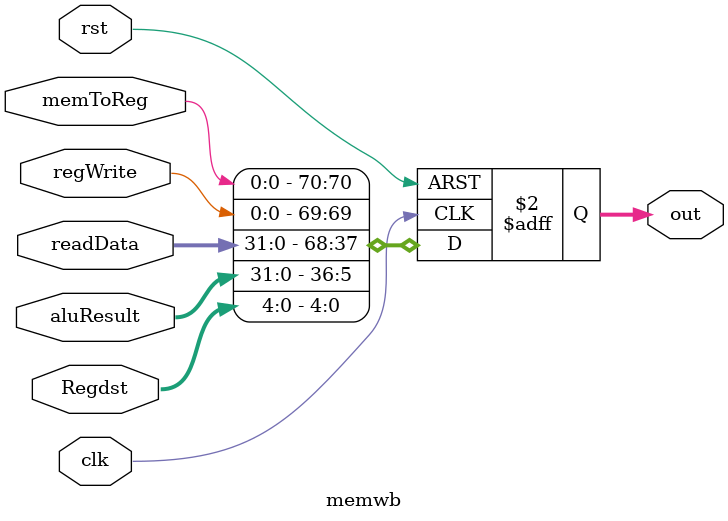
<source format=v>
`timescale 1ns/1ns
module memwb(input clk, rst,input memToReg,regWrite,
 input[31:0]readData,aluResult,input[4:0]Regdst, output reg[70:0] out);
  always@(posedge clk, posedge rst)begin
    if(rst) out <= 71'b0;
    else out <= {memToReg,regWrite,readData,aluResult,Regdst};
  end
endmodule
</source>
